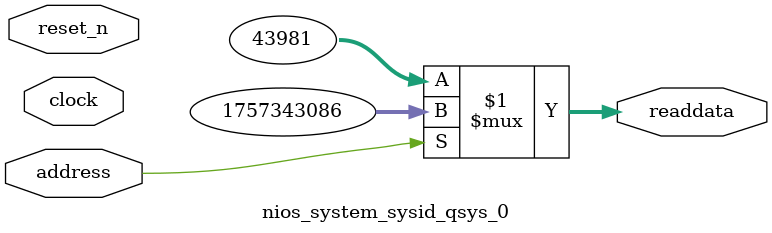
<source format=v>



// synthesis translate_off
`timescale 1ns / 1ps
// synthesis translate_on

// turn off superfluous verilog processor warnings 
// altera message_level Level1 
// altera message_off 10034 10035 10036 10037 10230 10240 10030 

module nios_system_sysid_qsys_0 (
               // inputs:
                address,
                clock,
                reset_n,

               // outputs:
                readdata
             )
;

  output  [ 31: 0] readdata;
  input            address;
  input            clock;
  input            reset_n;

  wire    [ 31: 0] readdata;
  //control_slave, which is an e_avalon_slave
  assign readdata = address ? 1757343086 : 43981;

endmodule



</source>
